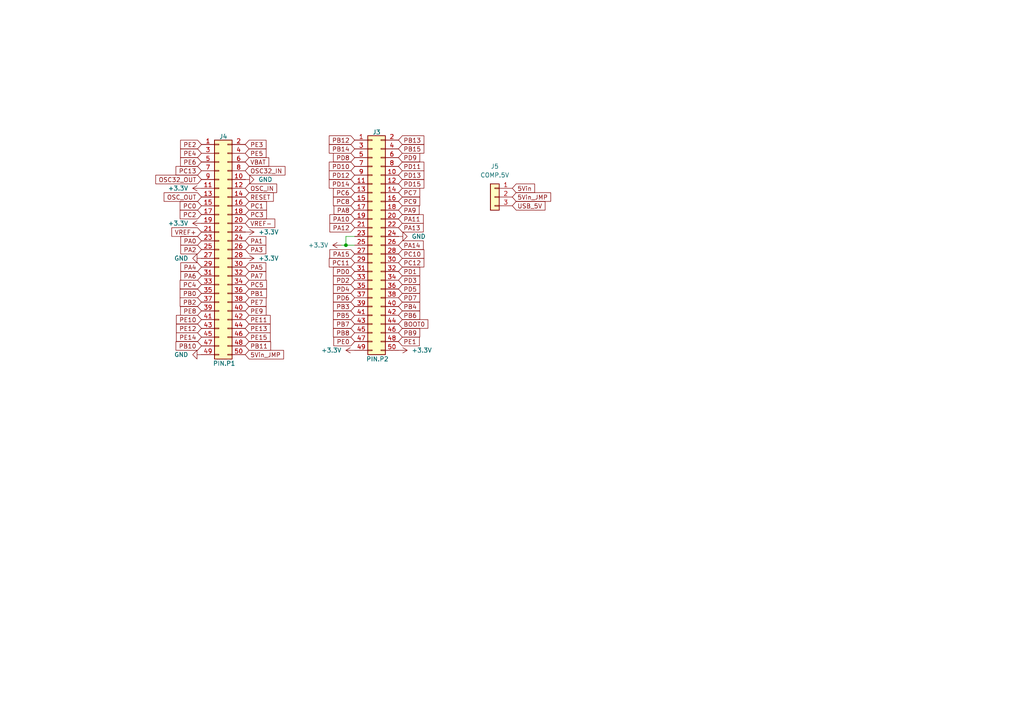
<source format=kicad_sch>
(kicad_sch (version 20231120) (generator "eeschema") (generator_version "8.0")
  (paper "A4")
  (lib_symbols
    (symbol "Connector_Generic:Conn_01x03" (pin_names (offset 1.016) hide)
      (property "Reference" "J" (at 0 5.08 0))
      (property "Value" "Conn_01x03" (at 0 -5.08 0))
      (symbol "Conn_01x03_1_1"
        (rectangle (start -1.27 -2.413) (end 0 -2.667) (stroke (width 0.1524)))
        (rectangle (start -1.27 0.127) (end 0 -0.127) (stroke (width 0.1524)))
        (rectangle (start -1.27 2.667) (end 0 2.413) (stroke (width 0.1524)))
        (rectangle (start -1.27 3.81) (end 1.27 -3.81) (stroke (width 0.254)) (fill (type background)))
        (pin passive line (at -5.08 2.54 0) (length 3.81) (name "Pin_1") (number "1"))
        (pin passive line (at -5.08 0 0) (length 3.81) (name "Pin_2") (number "2"))
        (pin passive line (at -5.08 -2.54 0) (length 3.81) (name "Pin_3") (number "3"))
      )
    )
    (symbol "Connector_Generic:Conn_02x25_Odd_Even" (pin_names (offset 1.016) hide)
      (property "Reference" "J" (at 1.27 33.02 0))
      (property "Value" "Conn_02x25_Odd_Even" (at 1.27 -33.02 0))
      (symbol "Conn_02x25_Odd_Even_1_1"
        (rectangle (start -1.27 -30.353) (end 0 -30.607) (stroke (width 0.1524)))
        (rectangle (start -1.27 -27.813) (end 0 -28.067) (stroke (width 0.1524)))
        (rectangle (start -1.27 -25.273) (end 0 -25.527) (stroke (width 0.1524)))
        (rectangle (start -1.27 -22.733) (end 0 -22.987) (stroke (width 0.1524)))
        (rectangle (start -1.27 -20.193) (end 0 -20.447) (stroke (width 0.1524)))
        (rectangle (start -1.27 -17.653) (end 0 -17.907) (stroke (width 0.1524)))
        (rectangle (start -1.27 -15.113) (end 0 -15.367) (stroke (width 0.1524)))
        (rectangle (start -1.27 -12.573) (end 0 -12.827) (stroke (width 0.1524)))
        (rectangle (start -1.27 -10.033) (end 0 -10.287) (stroke (width 0.1524)))
        (rectangle (start -1.27 -7.493) (end 0 -7.747) (stroke (width 0.1524)))
        (rectangle (start -1.27 -4.953) (end 0 -5.207) (stroke (width 0.1524)))
        (rectangle (start -1.27 -2.413) (end 0 -2.667) (stroke (width 0.1524)))
        (rectangle (start -1.27 0.127) (end 0 -0.127) (stroke (width 0.1524)))
        (rectangle (start -1.27 2.667) (end 0 2.413) (stroke (width 0.1524)))
        (rectangle (start -1.27 5.207) (end 0 4.953) (stroke (width 0.1524)))
        (rectangle (start -1.27 7.747) (end 0 7.493) (stroke (width 0.1524)))
        (rectangle (start -1.27 10.287) (end 0 10.033) (stroke (width 0.1524)))
        (rectangle (start -1.27 12.827) (end 0 12.573) (stroke (width 0.1524)))
        (rectangle (start -1.27 15.367) (end 0 15.113) (stroke (width 0.1524)))
        (rectangle (start -1.27 17.907) (end 0 17.653) (stroke (width 0.1524)))
        (rectangle (start -1.27 20.447) (end 0 20.193) (stroke (width 0.1524)))
        (rectangle (start -1.27 22.987) (end 0 22.733) (stroke (width 0.1524)))
        (rectangle (start -1.27 25.527) (end 0 25.273) (stroke (width 0.1524)))
        (rectangle (start -1.27 28.067) (end 0 27.813) (stroke (width 0.1524)))
        (rectangle (start -1.27 30.607) (end 0 30.353) (stroke (width 0.1524)))
        (rectangle (start -1.27 31.75) (end 3.81 -31.75) (stroke (width 0.254)) (fill (type background)))
        (rectangle (start 3.81 -30.353) (end 2.54 -30.607) (stroke (width 0.1524)))
        (rectangle (start 3.81 -27.813) (end 2.54 -28.067) (stroke (width 0.1524)))
        (rectangle (start 3.81 -25.273) (end 2.54 -25.527) (stroke (width 0.1524)))
        (rectangle (start 3.81 -22.733) (end 2.54 -22.987) (stroke (width 0.1524)))
        (rectangle (start 3.81 -20.193) (end 2.54 -20.447) (stroke (width 0.1524)))
        (rectangle (start 3.81 -17.653) (end 2.54 -17.907) (stroke (width 0.1524)))
        (rectangle (start 3.81 -15.113) (end 2.54 -15.367) (stroke (width 0.1524)))
        (rectangle (start 3.81 -12.573) (end 2.54 -12.827) (stroke (width 0.1524)))
        (rectangle (start 3.81 -10.033) (end 2.54 -10.287) (stroke (width 0.1524)))
        (rectangle (start 3.81 -7.493) (end 2.54 -7.747) (stroke (width 0.1524)))
        (rectangle (start 3.81 -4.953) (end 2.54 -5.207) (stroke (width 0.1524)))
        (rectangle (start 3.81 -2.413) (end 2.54 -2.667) (stroke (width 0.1524)))
        (rectangle (start 3.81 0.127) (end 2.54 -0.127) (stroke (width 0.1524)))
        (rectangle (start 3.81 2.667) (end 2.54 2.413) (stroke (width 0.1524)))
        (rectangle (start 3.81 5.207) (end 2.54 4.953) (stroke (width 0.1524)))
        (rectangle (start 3.81 7.747) (end 2.54 7.493) (stroke (width 0.1524)))
        (rectangle (start 3.81 10.287) (end 2.54 10.033) (stroke (width 0.1524)))
        (rectangle (start 3.81 12.827) (end 2.54 12.573) (stroke (width 0.1524)))
        (rectangle (start 3.81 15.367) (end 2.54 15.113) (stroke (width 0.1524)))
        (rectangle (start 3.81 17.907) (end 2.54 17.653) (stroke (width 0.1524)))
        (rectangle (start 3.81 20.447) (end 2.54 20.193) (stroke (width 0.1524)))
        (rectangle (start 3.81 22.987) (end 2.54 22.733) (stroke (width 0.1524)))
        (rectangle (start 3.81 25.527) (end 2.54 25.273) (stroke (width 0.1524)))
        (rectangle (start 3.81 28.067) (end 2.54 27.813) (stroke (width 0.1524)))
        (rectangle (start 3.81 30.607) (end 2.54 30.353) (stroke (width 0.1524)))
        (pin passive line (at -5.08 30.48 0) (length 3.81) (name "Pin_1") (number "1"))
        (pin passive line (at 7.62 20.32 180) (length 3.81) (name "Pin_10") (number "10"))
        (pin passive line (at -5.08 17.78 0) (length 3.81) (name "Pin_11") (number "11"))
        (pin passive line (at 7.62 17.78 180) (length 3.81) (name "Pin_12") (number "12"))
        (pin passive line (at -5.08 15.24 0) (length 3.81) (name "Pin_13") (number "13"))
        (pin passive line (at 7.62 15.24 180) (length 3.81) (name "Pin_14") (number "14"))
        (pin passive line (at -5.08 12.7 0) (length 3.81) (name "Pin_15") (number "15"))
        (pin passive line (at 7.62 12.7 180) (length 3.81) (name "Pin_16") (number "16"))
        (pin passive line (at -5.08 10.16 0) (length 3.81) (name "Pin_17") (number "17"))
        (pin passive line (at 7.62 10.16 180) (length 3.81) (name "Pin_18") (number "18"))
        (pin passive line (at -5.08 7.62 0) (length 3.81) (name "Pin_19") (number "19"))
        (pin passive line (at 7.62 30.48 180) (length 3.81) (name "Pin_2") (number "2"))
        (pin passive line (at 7.62 7.62 180) (length 3.81) (name "Pin_20") (number "20"))
        (pin passive line (at -5.08 5.08 0) (length 3.81) (name "Pin_21") (number "21"))
        (pin passive line (at 7.62 5.08 180) (length 3.81) (name "Pin_22") (number "22"))
        (pin passive line (at -5.08 2.54 0) (length 3.81) (name "Pin_23") (number "23"))
        (pin passive line (at 7.62 2.54 180) (length 3.81) (name "Pin_24") (number "24"))
        (pin passive line (at -5.08 0 0) (length 3.81) (name "Pin_25") (number "25"))
        (pin passive line (at 7.62 0 180) (length 3.81) (name "Pin_26") (number "26"))
        (pin passive line (at -5.08 -2.54 0) (length 3.81) (name "Pin_27") (number "27"))
        (pin passive line (at 7.62 -2.54 180) (length 3.81) (name "Pin_28") (number "28"))
        (pin passive line (at -5.08 -5.08 0) (length 3.81) (name "Pin_29") (number "29"))
        (pin passive line (at -5.08 27.94 0) (length 3.81) (name "Pin_3") (number "3"))
        (pin passive line (at 7.62 -5.08 180) (length 3.81) (name "Pin_30") (number "30"))
        (pin passive line (at -5.08 -7.62 0) (length 3.81) (name "Pin_31") (number "31"))
        (pin passive line (at 7.62 -7.62 180) (length 3.81) (name "Pin_32") (number "32"))
        (pin passive line (at -5.08 -10.16 0) (length 3.81) (name "Pin_33") (number "33"))
        (pin passive line (at 7.62 -10.16 180) (length 3.81) (name "Pin_34") (number "34"))
        (pin passive line (at -5.08 -12.7 0) (length 3.81) (name "Pin_35") (number "35"))
        (pin passive line (at 7.62 -12.7 180) (length 3.81) (name "Pin_36") (number "36"))
        (pin passive line (at -5.08 -15.24 0) (length 3.81) (name "Pin_37") (number "37"))
        (pin passive line (at 7.62 -15.24 180) (length 3.81) (name "Pin_38") (number "38"))
        (pin passive line (at -5.08 -17.78 0) (length 3.81) (name "Pin_39") (number "39"))
        (pin passive line (at 7.62 27.94 180) (length 3.81) (name "Pin_4") (number "4"))
        (pin passive line (at 7.62 -17.78 180) (length 3.81) (name "Pin_40") (number "40"))
        (pin passive line (at -5.08 -20.32 0) (length 3.81) (name "Pin_41") (number "41"))
        (pin passive line (at 7.62 -20.32 180) (length 3.81) (name "Pin_42") (number "42"))
        (pin passive line (at -5.08 -22.86 0) (length 3.81) (name "Pin_43") (number "43"))
        (pin passive line (at 7.62 -22.86 180) (length 3.81) (name "Pin_44") (number "44"))
        (pin passive line (at -5.08 -25.4 0) (length 3.81) (name "Pin_45") (number "45"))
        (pin passive line (at 7.62 -25.4 180) (length 3.81) (name "Pin_46") (number "46"))
        (pin passive line (at -5.08 -27.94 0) (length 3.81) (name "Pin_47") (number "47"))
        (pin passive line (at 7.62 -27.94 180) (length 3.81) (name "Pin_48") (number "48"))
        (pin passive line (at -5.08 -30.48 0) (length 3.81) (name "Pin_49") (number "49"))
        (pin passive line (at -5.08 25.4 0) (length 3.81) (name "Pin_5") (number "5"))
        (pin passive line (at 7.62 -30.48 180) (length 3.81) (name "Pin_50") (number "50"))
        (pin passive line (at 7.62 25.4 180) (length 3.81) (name "Pin_6") (number "6"))
        (pin passive line (at -5.08 22.86 0) (length 3.81) (name "Pin_7") (number "7"))
        (pin passive line (at 7.62 22.86 180) (length 3.81) (name "Pin_8") (number "8"))
        (pin passive line (at -5.08 20.32 0) (length 3.81) (name "Pin_9") (number "9"))
      )
    )
    (symbol "power:+3.3V" (power) (pin_numbers hide) (pin_names (offset 0) hide)
      (property "Value" "+3.3V" (at 0 3.556 0))
      (symbol "+3.3V_0_1"
        (polyline (pts (xy -0.762 1.27) (xy 0 2.54)))
        (polyline (pts (xy 0 0) (xy 0 2.54)))
        (polyline (pts (xy 0 2.54) (xy 0.762 1.27)))
      )
      (symbol "+3.3V_1_1"
        (pin power_in line (at 0 0 90) (length 0) (name "~") (number "1"))
      )
    )
    (symbol "power:GND" (power) (pin_numbers hide) (pin_names (offset 0) hide)
      (property "Value" "GND" (at 0 -3.81 0))
      (symbol "GND_0_1"
        (polyline (pts (xy 0 0) (xy 0 -1.27) (xy 1.27 -1.27) (xy 0 -2.54) (xy -1.27 -1.27) (xy 0 -1.27)))
      )
      (symbol "GND_1_1"
        (pin power_in line (at 0 0 270) (length 0) (name "~") (number "1"))
      )
    )
  )
  (junction (at 100.33 71.12))
  (wire (pts (xy 100.33 68.58) (xy 100.33 71.12)))
  (wire (pts (xy 100.33 71.12) (xy 102.87 71.12)))
  (wire (pts (xy 99.06 71.12) (xy 100.33 71.12)))
  (wire (pts (xy 102.87 68.58) (xy 100.33 68.58)))
  (global_label "PE1" (shape input) (at 115.57 99.06 0) (property "Intersheetrefs" "${INTERSHEET_REFS}" (effects (hide yes))))
  (global_label "5Vin_JMP" (shape input) (at 71.12 102.87 0) (property "Intersheetrefs" "${INTERSHEET_REFS}" (effects (hide yes))))
  (global_label "5Vin" (shape input) (at 148.59 54.61 0) (property "Intersheetrefs" "${INTERSHEET_REFS}" (effects (hide yes))))
  (global_label "PE12" (shape input) (at 58.42 95.25 180) (property "Intersheetrefs" "${INTERSHEET_REFS}" (effects (hide yes))))
  (global_label "PA9" (shape input) (at 115.57 60.96 0) (property "Intersheetrefs" "${INTERSHEET_REFS}" (effects (hide yes))))
  (global_label "PB8" (shape input) (at 102.87 96.52 180) (property "Intersheetrefs" "${INTERSHEET_REFS}" (effects (hide yes))))
  (global_label "PD7" (shape input) (at 115.57 86.36 0) (property "Intersheetrefs" "${INTERSHEET_REFS}" (effects (hide yes))))
  (global_label "PA1" (shape input) (at 71.12 69.85 0) (property "Intersheetrefs" "${INTERSHEET_REFS}" (effects (hide yes))))
  (global_label "VBAT" (shape input) (at 71.12 46.99 0) (property "Intersheetrefs" "${INTERSHEET_REFS}" (effects (hide yes))))
  (global_label "PD12" (shape input) (at 102.87 50.8 180) (property "Intersheetrefs" "${INTERSHEET_REFS}" (effects (hide yes))))
  (global_label "PD0" (shape input) (at 102.87 78.74 180) (property "Intersheetrefs" "${INTERSHEET_REFS}" (effects (hide yes))))
  (global_label "PB14" (shape input) (at 102.87 43.18 180) (property "Intersheetrefs" "${INTERSHEET_REFS}" (effects (hide yes))))
  (global_label "PD1" (shape input) (at 115.57 78.74 0) (property "Intersheetrefs" "${INTERSHEET_REFS}" (effects (hide yes))))
  (global_label "PB13" (shape input) (at 115.57 40.64 0) (property "Intersheetrefs" "${INTERSHEET_REFS}" (effects (hide yes))))
  (global_label "PD3" (shape input) (at 115.57 81.28 0) (property "Intersheetrefs" "${INTERSHEET_REFS}" (effects (hide yes))))
  (global_label "PA11" (shape input) (at 115.57 63.5 0) (property "Intersheetrefs" "${INTERSHEET_REFS}" (effects (hide yes))))
  (global_label "PC2" (shape input) (at 58.42 62.23 180) (property "Intersheetrefs" "${INTERSHEET_REFS}" (effects (hide yes))))
  (global_label "RESET" (shape input) (at 71.12 57.15 0) (property "Intersheetrefs" "${INTERSHEET_REFS}" (effects (hide yes))))
  (global_label "PB12" (shape input) (at 102.87 40.64 180) (property "Intersheetrefs" "${INTERSHEET_REFS}" (effects (hide yes))))
  (global_label "PD6" (shape input) (at 102.87 86.36 180) (property "Intersheetrefs" "${INTERSHEET_REFS}" (effects (hide yes))))
  (global_label "PD2" (shape input) (at 102.87 81.28 180) (property "Intersheetrefs" "${INTERSHEET_REFS}" (effects (hide yes))))
  (global_label "BOOT0" (shape input) (at 115.57 93.98 0) (property "Intersheetrefs" "${INTERSHEET_REFS}" (effects (hide yes))))
  (global_label "PC8" (shape input) (at 102.87 58.42 180) (property "Intersheetrefs" "${INTERSHEET_REFS}" (effects (hide yes))))
  (global_label "PE7" (shape input) (at 71.12 87.63 0) (property "Intersheetrefs" "${INTERSHEET_REFS}" (effects (hide yes))))
  (global_label "PE10" (shape input) (at 58.42 92.71 180) (property "Intersheetrefs" "${INTERSHEET_REFS}" (effects (hide yes))))
  (global_label "PB10" (shape input) (at 58.42 100.33 180) (property "Intersheetrefs" "${INTERSHEET_REFS}" (effects (hide yes))))
  (global_label "PB4" (shape input) (at 115.57 88.9 0) (property "Intersheetrefs" "${INTERSHEET_REFS}" (effects (hide yes))))
  (global_label "PD4" (shape input) (at 102.87 83.82 180) (property "Intersheetrefs" "${INTERSHEET_REFS}" (effects (hide yes))))
  (global_label "PD15" (shape input) (at 115.57 53.34 0) (property "Intersheetrefs" "${INTERSHEET_REFS}" (effects (hide yes))))
  (global_label "PA15" (shape input) (at 102.87 73.66 180) (property "Intersheetrefs" "${INTERSHEET_REFS}" (effects (hide yes))))
  (global_label "PA14" (shape input) (at 115.57 71.12 0) (property "Intersheetrefs" "${INTERSHEET_REFS}" (effects (hide yes))))
  (global_label "PE4" (shape input) (at 58.42 44.45 180) (property "Intersheetrefs" "${INTERSHEET_REFS}" (effects (hide yes))))
  (global_label "PC11" (shape input) (at 102.87 76.2 180) (property "Intersheetrefs" "${INTERSHEET_REFS}" (effects (hide yes))))
  (global_label "PA8" (shape input) (at 102.87 60.96 180) (property "Intersheetrefs" "${INTERSHEET_REFS}" (effects (hide yes))))
  (global_label "PE13" (shape input) (at 71.12 95.25 0) (property "Intersheetrefs" "${INTERSHEET_REFS}" (effects (hide yes))))
  (global_label "PB7" (shape input) (at 102.87 93.98 180) (property "Intersheetrefs" "${INTERSHEET_REFS}" (effects (hide yes))))
  (global_label "PB2" (shape input) (at 58.42 87.63 180) (property "Intersheetrefs" "${INTERSHEET_REFS}" (effects (hide yes))))
  (global_label "PD10" (shape input) (at 102.87 48.26 180) (property "Intersheetrefs" "${INTERSHEET_REFS}" (effects (hide yes))))
  (global_label "PA3" (shape input) (at 71.12 72.39 0) (property "Intersheetrefs" "${INTERSHEET_REFS}" (effects (hide yes))))
  (global_label "PE5" (shape input) (at 71.12 44.45 0) (property "Intersheetrefs" "${INTERSHEET_REFS}" (effects (hide yes))))
  (global_label "PA13" (shape input) (at 115.57 66.04 0) (property "Intersheetrefs" "${INTERSHEET_REFS}" (effects (hide yes))))
  (global_label "OSC_IN" (shape input) (at 71.12 54.61 0) (property "Intersheetrefs" "${INTERSHEET_REFS}" (effects (hide yes))))
  (global_label "OSC32_IN" (shape input) (at 71.12 49.53 0) (property "Intersheetrefs" "${INTERSHEET_REFS}" (effects (hide yes))))
  (global_label "PC6" (shape input) (at 102.87 55.88 180) (property "Intersheetrefs" "${INTERSHEET_REFS}" (effects (hide yes))))
  (global_label "USB_5V" (shape input) (at 148.59 59.69 0) (property "Intersheetrefs" "${INTERSHEET_REFS}" (effects (hide yes))))
  (global_label "PC0" (shape input) (at 58.42 59.69 180) (property "Intersheetrefs" "${INTERSHEET_REFS}" (effects (hide yes))))
  (global_label "PC3" (shape input) (at 71.12 62.23 0) (property "Intersheetrefs" "${INTERSHEET_REFS}" (effects (hide yes))))
  (global_label "PD5" (shape input) (at 115.57 83.82 0) (property "Intersheetrefs" "${INTERSHEET_REFS}" (effects (hide yes))))
  (global_label "PE8" (shape input) (at 58.42 90.17 180) (property "Intersheetrefs" "${INTERSHEET_REFS}" (effects (hide yes))))
  (global_label "PE15" (shape input) (at 71.12 97.79 0) (property "Intersheetrefs" "${INTERSHEET_REFS}" (effects (hide yes))))
  (global_label "VREF-" (shape input) (at 71.12 64.77 0) (property "Intersheetrefs" "${INTERSHEET_REFS}" (effects (hide yes))))
  (global_label "PE14" (shape input) (at 58.42 97.79 180) (property "Intersheetrefs" "${INTERSHEET_REFS}" (effects (hide yes))))
  (global_label "PC9" (shape input) (at 115.57 58.42 0) (property "Intersheetrefs" "${INTERSHEET_REFS}" (effects (hide yes))))
  (global_label "PA10" (shape input) (at 102.87 63.5 180) (property "Intersheetrefs" "${INTERSHEET_REFS}" (effects (hide yes))))
  (global_label "OSC32_OUT" (shape input) (at 58.42 52.07 180) (property "Intersheetrefs" "${INTERSHEET_REFS}" (effects (hide yes))))
  (global_label "PD14" (shape input) (at 102.87 53.34 180) (property "Intersheetrefs" "${INTERSHEET_REFS}" (effects (hide yes))))
  (global_label "PA12" (shape input) (at 102.87 66.04 180) (property "Intersheetrefs" "${INTERSHEET_REFS}" (effects (hide yes))))
  (global_label "PA2" (shape input) (at 58.42 72.39 180) (property "Intersheetrefs" "${INTERSHEET_REFS}" (effects (hide yes))))
  (global_label "PB1" (shape input) (at 71.12 85.09 0) (property "Intersheetrefs" "${INTERSHEET_REFS}" (effects (hide yes))))
  (global_label "PC5" (shape input) (at 71.12 82.55 0) (property "Intersheetrefs" "${INTERSHEET_REFS}" (effects (hide yes))))
  (global_label "OSC_OUT" (shape input) (at 58.42 57.15 180) (property "Intersheetrefs" "${INTERSHEET_REFS}" (effects (hide yes))))
  (global_label "PD8" (shape input) (at 102.87 45.72 180) (property "Intersheetrefs" "${INTERSHEET_REFS}" (effects (hide yes))))
  (global_label "PE2" (shape input) (at 58.42 41.91 180) (property "Intersheetrefs" "${INTERSHEET_REFS}" (effects (hide yes))))
  (global_label "PB0" (shape input) (at 58.42 85.09 180) (property "Intersheetrefs" "${INTERSHEET_REFS}" (effects (hide yes))))
  (global_label "PD11" (shape input) (at 115.57 48.26 0) (property "Intersheetrefs" "${INTERSHEET_REFS}" (effects (hide yes))))
  (global_label "PE6" (shape input) (at 58.42 46.99 180) (property "Intersheetrefs" "${INTERSHEET_REFS}" (effects (hide yes))))
  (global_label "PE3" (shape input) (at 71.12 41.91 0) (property "Intersheetrefs" "${INTERSHEET_REFS}" (effects (hide yes))))
  (global_label "PE0" (shape input) (at 102.87 99.06 180) (property "Intersheetrefs" "${INTERSHEET_REFS}" (effects (hide yes))))
  (global_label "PA7" (shape input) (at 71.12 80.01 0) (property "Intersheetrefs" "${INTERSHEET_REFS}" (effects (hide yes))))
  (global_label "PC1" (shape input) (at 71.12 59.69 0) (property "Intersheetrefs" "${INTERSHEET_REFS}" (effects (hide yes))))
  (global_label "PA5" (shape input) (at 71.12 77.47 0) (property "Intersheetrefs" "${INTERSHEET_REFS}" (effects (hide yes))))
  (global_label "PE11" (shape input) (at 71.12 92.71 0) (property "Intersheetrefs" "${INTERSHEET_REFS}" (effects (hide yes))))
  (global_label "PC13" (shape input) (at 58.42 49.53 180) (property "Intersheetrefs" "${INTERSHEET_REFS}" (effects (hide yes))))
  (global_label "PB9" (shape input) (at 115.57 96.52 0) (property "Intersheetrefs" "${INTERSHEET_REFS}" (effects (hide yes))))
  (global_label "PC7" (shape input) (at 115.57 55.88 0) (property "Intersheetrefs" "${INTERSHEET_REFS}" (effects (hide yes))))
  (global_label "PD13" (shape input) (at 115.57 50.8 0) (property "Intersheetrefs" "${INTERSHEET_REFS}" (effects (hide yes))))
  (global_label "PA6" (shape input) (at 58.42 80.01 180) (property "Intersheetrefs" "${INTERSHEET_REFS}" (effects (hide yes))))
  (global_label "PC4" (shape input) (at 58.42 82.55 180) (property "Intersheetrefs" "${INTERSHEET_REFS}" (effects (hide yes))))
  (global_label "5Vin_JMP" (shape input) (at 148.59 57.15 0) (property "Intersheetrefs" "${INTERSHEET_REFS}" (effects (hide yes))))
  (global_label "PC12" (shape input) (at 115.57 76.2 0) (property "Intersheetrefs" "${INTERSHEET_REFS}" (effects (hide yes))))
  (global_label "PA4" (shape input) (at 58.42 77.47 180) (property "Intersheetrefs" "${INTERSHEET_REFS}" (effects (hide yes))))
  (global_label "PB11" (shape input) (at 71.12 100.33 0) (property "Intersheetrefs" "${INTERSHEET_REFS}" (effects (hide yes))))
  (global_label "PD9" (shape input) (at 115.57 45.72 0) (property "Intersheetrefs" "${INTERSHEET_REFS}" (effects (hide yes))))
  (global_label "PB5" (shape input) (at 102.87 91.44 180) (property "Intersheetrefs" "${INTERSHEET_REFS}" (effects (hide yes))))
  (global_label "PE9" (shape input) (at 71.12 90.17 0) (property "Intersheetrefs" "${INTERSHEET_REFS}" (effects (hide yes))))
  (global_label "PC10" (shape input) (at 115.57 73.66 0) (property "Intersheetrefs" "${INTERSHEET_REFS}" (effects (hide yes))))
  (global_label "PB15" (shape input) (at 115.57 43.18 0) (property "Intersheetrefs" "${INTERSHEET_REFS}" (effects (hide yes))))
  (global_label "VREF+" (shape input) (at 58.42 67.31 180) (property "Intersheetrefs" "${INTERSHEET_REFS}" (effects (hide yes))))
  (global_label "PB6" (shape input) (at 115.57 91.44 0) (property "Intersheetrefs" "${INTERSHEET_REFS}" (effects (hide yes))))
  (global_label "PB3" (shape input) (at 102.87 88.9 180) (property "Intersheetrefs" "${INTERSHEET_REFS}" (effects (hide yes))))
  (global_label "PA0" (shape input) (at 58.42 69.85 180) (property "Intersheetrefs" "${INTERSHEET_REFS}" (effects (hide yes))))
  (symbol (lib_id "power:GND") (at 71.12 52.07 90) (unit 1)
    (property "Reference" "#PWR016" (effects (hide yes)))
    (property "Value" "GND" (at 74.93 52.0699 90) (effects (justify right)))
    (property "Description" "Power symbol creates a global label with name \"GND\" , ground" (effects (hide yes)))
  )
  (symbol (lib_id "power:GND") (at 115.57 68.58 90) (unit 1)
    (property "Reference" "#PWR024" (effects (hide yes)))
    (property "Value" "GND" (at 119.38 68.5799 90) (effects (justify right)))
    (property "Description" "Power symbol creates a global label with name \"GND\" , ground" (effects (hide yes)))
  )
  (symbol (lib_id "power:+3.3V") (at 99.06 71.12 90) (unit 1)
    (property "Reference" "#PWR022" (effects (hide yes)))
    (property "Value" "+3.3V" (at 95.25 71.1199 90) (effects (justify left)))
    (property "Description" "Power symbol creates a global label with name \"+3.3V\"" (effects (hide yes)))
  )
  (symbol (lib_id "power:+3.3V") (at 71.12 74.93 270) (unit 1)
    (property "Reference" "#PWR018" (effects (hide yes)))
    (property "Value" "+3.3V" (at 74.93 74.9299 90) (effects (justify left)))
    (property "Description" "Power symbol creates a global label with name \"+3.3V\"" (effects (hide yes)))
  )
  (symbol (lib_id "power:GND") (at 58.42 102.87 270) (unit 1)
    (property "Reference" "#PWR019" (effects (hide yes)))
    (property "Value" "GND" (at 54.61 102.8699 90) (effects (justify right)))
    (property "Description" "Power symbol creates a global label with name \"GND\" , ground" (effects (hide yes)))
  )
  (symbol (lib_id "Connector_Generic:Conn_02x25_Odd_Even") (at 63.5 72.39 0) (unit 1)
    (property "Reference" "J4" (at 64.77 39.624 0))
    (property "Value" "PIN.P1" (at 65.024 105.41 0))
    (property "Footprint" "Connector_PinHeader_2.54mm:PinHeader_2x25_P2.54mm_Vertical" (effects (hide yes)))
    (property "Description" "Generic connector, double row, 02x25, odd/even pin numbering scheme (row 1 odd numbers, row 2 even numbers), script generated (kicad-library-utils/schlib/autogen/connector/)" (effects (hide yes)))
  )
  (symbol (lib_id "power:+3.3V") (at 71.12 67.31 270) (unit 1)
    (property "Reference" "#PWR017" (effects (hide yes)))
    (property "Value" "+3.3V" (at 74.93 67.3099 90) (effects (justify left)))
    (property "Description" "Power symbol creates a global label with name \"+3.3V\"" (effects (hide yes)))
  )
  (symbol (lib_id "Connector_Generic:Conn_01x03") (at 143.51 57.15 0) (mirror y) (unit 1)
    (property "Reference" "J5" (at 143.51 48.26 0))
    (property "Value" "COMP.5V" (at 143.51 50.8 0))
    (property "Footprint" "Jumper:SolderJumper-3_P1.3mm_Open_Pad1.0x1.5mm" (effects (hide yes)))
    (property "Description" "Generic connector, single row, 01x03, script generated (kicad-library-utils/schlib/autogen/connector/)" (effects (hide yes)))
  )
  (symbol (lib_id "power:GND") (at 58.42 74.93 270) (unit 1)
    (property "Reference" "#PWR020" (effects (hide yes)))
    (property "Value" "GND" (at 54.61 74.9299 90) (effects (justify right)))
    (property "Description" "Power symbol creates a global label with name \"GND\" , ground" (effects (hide yes)))
  )
  (symbol (lib_id "Connector_Generic:Conn_02x25_Odd_Even") (at 107.95 71.12 0) (unit 1)
    (property "Reference" "J3" (at 109.22 38.354 0))
    (property "Value" "PIN.P2" (at 109.474 104.14 0))
    (property "Footprint" "Connector_PinHeader_2.54mm:PinHeader_2x25_P2.54mm_Vertical" (effects (hide yes)))
    (property "Description" "Generic connector, double row, 02x25, odd/even pin numbering scheme (row 1 odd numbers, row 2 even numbers), script generated (kicad-library-utils/schlib/autogen/connector/)" (effects (hide yes)))
  )
  (symbol (lib_id "power:+3.3V") (at 102.87 101.6 90) (unit 1)
    (property "Reference" "#PWR023" (effects (hide yes)))
    (property "Value" "+3.3V" (at 99.06 101.5999 90) (effects (justify left)))
    (property "Description" "Power symbol creates a global label with name \"+3.3V\"" (effects (hide yes)))
  )
  (symbol (lib_id "power:+3.3V") (at 58.42 64.77 90) (unit 1)
    (property "Reference" "#PWR021" (effects (hide yes)))
    (property "Value" "+3.3V" (at 54.61 64.7699 90) (effects (justify left)))
    (property "Description" "Power symbol creates a global label with name \"+3.3V\"" (effects (hide yes)))
  )
  (symbol (lib_id "power:+3.3V") (at 115.57 101.6 270) (unit 1)
    (property "Reference" "#PWR025" (effects (hide yes)))
    (property "Value" "+3.3V" (at 119.38 101.5999 90) (effects (justify left)))
    (property "Description" "Power symbol creates a global label with name \"+3.3V\"" (effects (hide yes)))
  )
  (symbol (lib_id "power:+3.3V") (at 58.42 54.61 90) (unit 1)
    (property "Reference" "#PWR015" (effects (hide yes)))
    (property "Value" "+3.3V" (at 54.61 54.6099 90) (effects (justify left)))
    (property "Description" "Power symbol creates a global label with name \"+3.3V\"" (effects (hide yes)))
  )
)
</source>
